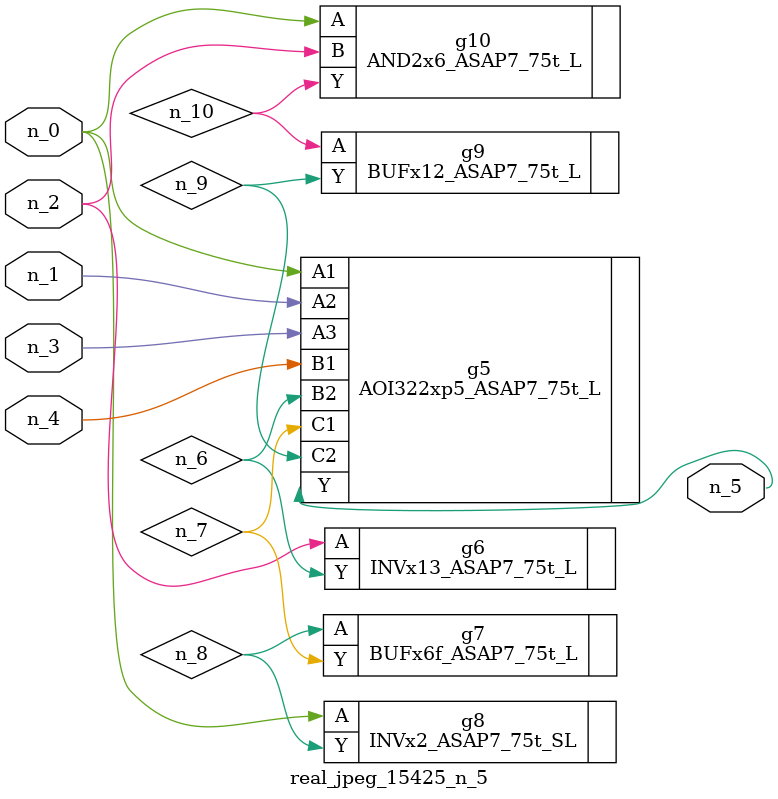
<source format=v>
module real_jpeg_15425_n_5 (n_4, n_0, n_1, n_2, n_3, n_5);

input n_4;
input n_0;
input n_1;
input n_2;
input n_3;

output n_5;

wire n_8;
wire n_6;
wire n_7;
wire n_10;
wire n_9;

AOI322xp5_ASAP7_75t_L g5 ( 
.A1(n_0),
.A2(n_1),
.A3(n_3),
.B1(n_4),
.B2(n_6),
.C1(n_7),
.C2(n_9),
.Y(n_5)
);

INVx2_ASAP7_75t_SL g8 ( 
.A(n_0),
.Y(n_8)
);

AND2x6_ASAP7_75t_L g10 ( 
.A(n_0),
.B(n_2),
.Y(n_10)
);

INVx13_ASAP7_75t_L g6 ( 
.A(n_2),
.Y(n_6)
);

BUFx6f_ASAP7_75t_L g7 ( 
.A(n_8),
.Y(n_7)
);

BUFx12_ASAP7_75t_L g9 ( 
.A(n_10),
.Y(n_9)
);


endmodule
</source>
